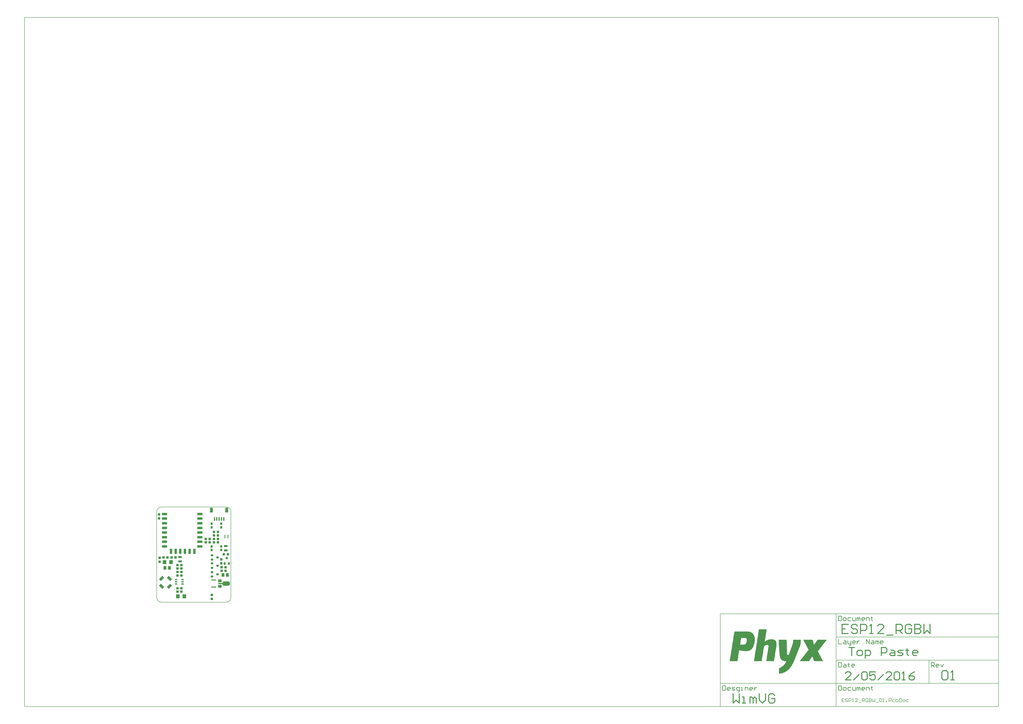
<source format=gtp>
G04 Layer_Color=8421504*
%FSLAX25Y25*%
%MOIN*%
G70*
G01*
G75*
%ADD11C,0.00787*%
%ADD12C,0.00984*%
%ADD16R,0.04331X0.03937*%
%ADD17R,0.03937X0.04331*%
G04:AMPARAMS|DCode=18|XSize=78.74mil|YSize=43.31mil|CornerRadius=0mil|HoleSize=0mil|Usage=FLASHONLY|Rotation=135.000|XOffset=0mil|YOffset=0mil|HoleType=Round|Shape=Rectangle|*
%AMROTATEDRECTD18*
4,1,4,0.04315,-0.01253,0.01253,-0.04315,-0.04315,0.01253,-0.01253,0.04315,0.04315,-0.01253,0.0*
%
%ADD18ROTATEDRECTD18*%

G04:AMPARAMS|DCode=19|XSize=43.31mil|YSize=78.74mil|CornerRadius=0mil|HoleSize=0mil|Usage=FLASHONLY|Rotation=135.000|XOffset=0mil|YOffset=0mil|HoleType=Round|Shape=Rectangle|*
%AMROTATEDRECTD19*
4,1,4,0.04315,0.01253,-0.01253,-0.04315,-0.04315,-0.01253,0.01253,0.04315,0.04315,0.01253,0.0*
%
%ADD19ROTATEDRECTD19*%

%ADD20R,0.03937X0.03347*%
%ADD21R,0.03937X0.03347*%
%ADD22R,0.03347X0.03937*%
%ADD23R,0.03347X0.03937*%
%ADD24R,0.03937X0.02362*%
%ADD25R,0.06299X0.07087*%
%ADD26R,0.02362X0.06102*%
%ADD27R,0.04724X0.07874*%
%ADD28R,0.02362X0.01181*%
%ADD30R,0.05906X0.03543*%
%ADD31R,0.03937X0.08858*%
%ADD32R,0.08858X0.03937*%
G04:AMPARAMS|DCode=33|XSize=74.8mil|YSize=125.98mil|CornerRadius=0mil|HoleSize=0mil|Usage=FLASHONLY|Rotation=90.000|XOffset=0mil|YOffset=0mil|HoleType=Round|Shape=Octagon|*
%AMOCTAGOND33*
4,1,8,-0.06299,-0.01870,-0.06299,0.01870,-0.04429,0.03740,0.04429,0.03740,0.06299,0.01870,0.06299,-0.01870,0.04429,-0.03740,-0.04429,-0.03740,-0.06299,-0.01870,0.0*
%
%ADD33OCTAGOND33*%

%ADD34R,0.05512X0.02362*%
%ADD35R,0.07087X0.02362*%
%ADD36R,0.01181X0.03150*%
%ADD37R,0.05906X0.02756*%
%ADD38R,0.03543X0.03937*%
%ADD39R,0.05118X0.05906*%
%ADD40C,0.01575*%
G36*
X1093521Y-64032D02*
Y-64318D01*
Y-64605D01*
Y-64891D01*
Y-65177D01*
Y-65464D01*
Y-65750D01*
Y-66036D01*
Y-66322D01*
Y-66609D01*
Y-66895D01*
Y-67181D01*
Y-67468D01*
Y-67754D01*
Y-68040D01*
Y-68327D01*
Y-68613D01*
Y-68899D01*
Y-69186D01*
Y-69472D01*
Y-69758D01*
X1093234D01*
Y-70044D01*
Y-70331D01*
Y-70617D01*
Y-70903D01*
Y-71190D01*
X1092948D01*
Y-71476D01*
Y-71762D01*
Y-72049D01*
Y-72335D01*
X1092662D01*
Y-72621D01*
Y-72908D01*
Y-73194D01*
Y-73480D01*
X1092375D01*
Y-73767D01*
Y-74053D01*
Y-74339D01*
X1092089D01*
Y-74625D01*
Y-74912D01*
Y-75198D01*
X1091803D01*
Y-75485D01*
Y-75771D01*
Y-76057D01*
X1091516D01*
Y-76343D01*
Y-76630D01*
Y-76916D01*
X1091230D01*
Y-77202D01*
Y-77489D01*
X1090944D01*
Y-77775D01*
Y-78061D01*
X1090657D01*
Y-78348D01*
Y-78634D01*
Y-78920D01*
X1090371D01*
Y-79207D01*
Y-79493D01*
X1090085D01*
Y-79779D01*
Y-80066D01*
Y-80352D01*
X1089799D01*
Y-80638D01*
Y-80924D01*
X1089512D01*
Y-81211D01*
Y-81497D01*
Y-81783D01*
X1089226D01*
Y-82070D01*
Y-82356D01*
X1088939D01*
Y-82642D01*
Y-82929D01*
Y-83215D01*
X1088653D01*
Y-83501D01*
Y-83788D01*
X1088367D01*
Y-84074D01*
Y-84360D01*
Y-84646D01*
X1088081D01*
Y-84933D01*
Y-85219D01*
X1087794D01*
Y-85505D01*
Y-85792D01*
Y-86078D01*
X1087508D01*
Y-86364D01*
Y-86651D01*
X1087222D01*
Y-86937D01*
Y-87223D01*
Y-87510D01*
X1086935D01*
Y-87796D01*
Y-88082D01*
X1086649D01*
Y-88369D01*
Y-88655D01*
Y-88941D01*
X1086363D01*
Y-89227D01*
Y-89514D01*
X1086076D01*
Y-89800D01*
Y-90086D01*
Y-90373D01*
X1085790D01*
Y-90659D01*
Y-90945D01*
X1085504D01*
Y-91232D01*
Y-91518D01*
Y-91804D01*
X1085217D01*
Y-92091D01*
Y-92377D01*
X1084931D01*
Y-92663D01*
Y-92950D01*
Y-93236D01*
X1084645D01*
Y-93522D01*
Y-93809D01*
X1084359D01*
Y-94095D01*
Y-94381D01*
Y-94667D01*
X1084072D01*
Y-94954D01*
Y-95240D01*
X1083786D01*
Y-95526D01*
Y-95813D01*
Y-96099D01*
X1083500D01*
Y-96385D01*
Y-96672D01*
X1083213D01*
Y-96958D01*
Y-97244D01*
Y-97531D01*
X1082927D01*
Y-97817D01*
Y-98103D01*
X1082641D01*
Y-98390D01*
Y-98676D01*
Y-98962D01*
X1082354D01*
Y-99248D01*
Y-99535D01*
X1082068D01*
Y-99821D01*
Y-100107D01*
Y-100394D01*
X1081782D01*
Y-100680D01*
Y-100966D01*
X1081495D01*
Y-101253D01*
Y-101539D01*
X1081209D01*
Y-101825D01*
Y-102112D01*
X1080923D01*
Y-102398D01*
Y-102684D01*
Y-102971D01*
X1080637D01*
Y-103257D01*
X1080350D01*
Y-103543D01*
Y-103829D01*
Y-104116D01*
X1080064D01*
Y-104402D01*
X1079778D01*
Y-104688D01*
Y-104975D01*
X1079491D01*
Y-105261D01*
Y-105547D01*
X1079205D01*
Y-105834D01*
Y-106120D01*
X1078919D01*
Y-106406D01*
Y-106693D01*
X1078632D01*
Y-106979D01*
X1078346D01*
Y-107265D01*
Y-107552D01*
X1078060D01*
Y-107838D01*
Y-108124D01*
X1077773D01*
Y-108410D01*
X1077487D01*
Y-108697D01*
X1077201D01*
Y-108983D01*
Y-109269D01*
X1076914D01*
Y-109556D01*
X1076628D01*
Y-109842D01*
Y-110128D01*
X1076342D01*
Y-110415D01*
X1076056D01*
Y-110701D01*
X1075769D01*
Y-110987D01*
Y-111274D01*
X1075483D01*
Y-111560D01*
X1075196D01*
Y-111846D01*
X1074910D01*
Y-112133D01*
X1074624D01*
Y-112419D01*
X1074338D01*
Y-112705D01*
Y-112991D01*
X1074051D01*
Y-113278D01*
X1073765D01*
Y-113564D01*
X1073479D01*
Y-113850D01*
X1073192D01*
Y-114137D01*
X1072906D01*
Y-114423D01*
X1072620D01*
Y-114709D01*
X1072333D01*
Y-114996D01*
X1071761D01*
Y-115282D01*
X1071474D01*
Y-115568D01*
X1071188D01*
Y-115855D01*
X1070902D01*
Y-116141D01*
X1070615D01*
Y-116427D01*
X1070043D01*
Y-116714D01*
X1069757D01*
Y-117000D01*
X1069184D01*
Y-117286D01*
X1068898D01*
Y-117572D01*
X1068325D01*
Y-117859D01*
X1068039D01*
Y-118145D01*
X1067466D01*
Y-118431D01*
X1066893D01*
Y-118718D01*
X1066321D01*
Y-119004D01*
X1065748D01*
Y-119290D01*
X1065176D01*
Y-119577D01*
X1064317D01*
Y-119863D01*
X1063744D01*
Y-120149D01*
X1062885D01*
Y-120436D01*
X1061740D01*
Y-120722D01*
X1060595D01*
Y-121008D01*
X1058877D01*
Y-121294D01*
X1056872D01*
Y-121581D01*
X1056586D01*
Y-121294D01*
Y-121008D01*
Y-120722D01*
Y-120436D01*
Y-120149D01*
Y-119863D01*
Y-119577D01*
Y-119290D01*
Y-119004D01*
Y-118718D01*
Y-118431D01*
Y-118145D01*
Y-117859D01*
Y-117572D01*
Y-117286D01*
Y-117000D01*
Y-116714D01*
Y-116427D01*
Y-116141D01*
Y-115855D01*
Y-115568D01*
Y-115282D01*
Y-114996D01*
Y-114709D01*
Y-114423D01*
Y-114137D01*
Y-113850D01*
Y-113564D01*
Y-113278D01*
Y-112991D01*
Y-112705D01*
Y-112419D01*
Y-112133D01*
X1057159D01*
Y-111846D01*
X1057731D01*
Y-111560D01*
X1058304D01*
Y-111274D01*
X1058877D01*
Y-110987D01*
X1059449D01*
Y-110701D01*
X1060022D01*
Y-110415D01*
X1060308D01*
Y-110128D01*
X1060881D01*
Y-109842D01*
X1061167D01*
Y-109556D01*
X1061740D01*
Y-109269D01*
X1062026D01*
Y-108983D01*
X1062312D01*
Y-108697D01*
X1062885D01*
Y-108410D01*
X1063171D01*
Y-108124D01*
X1063458D01*
Y-107838D01*
X1063744D01*
Y-107552D01*
X1064030D01*
Y-107265D01*
X1064317D01*
Y-106979D01*
X1064603D01*
Y-106693D01*
X1064889D01*
Y-106406D01*
X1065176D01*
Y-106120D01*
X1065462D01*
Y-105834D01*
X1065748D01*
Y-105547D01*
X1066035D01*
Y-105261D01*
Y-104975D01*
X1066321D01*
Y-104688D01*
X1066607D01*
Y-104402D01*
X1066893D01*
Y-104116D01*
Y-103829D01*
X1067180D01*
Y-103543D01*
X1067466D01*
Y-103257D01*
Y-102971D01*
X1067752D01*
Y-102684D01*
Y-102398D01*
X1068039D01*
Y-102112D01*
X1068325D01*
Y-101825D01*
Y-101539D01*
X1068611D01*
Y-101253D01*
Y-100966D01*
X1068898D01*
Y-100680D01*
Y-100394D01*
X1067180D01*
Y-100107D01*
X1065176D01*
Y-99821D01*
X1064030D01*
Y-99535D01*
X1063458D01*
Y-99248D01*
X1062599D01*
Y-98962D01*
X1062026D01*
Y-98676D01*
X1061740D01*
Y-98390D01*
X1061167D01*
Y-98103D01*
X1060881D01*
Y-97817D01*
X1060595D01*
Y-97531D01*
X1060308D01*
Y-97244D01*
X1060022D01*
Y-96958D01*
X1059736D01*
Y-96672D01*
Y-96385D01*
X1059449D01*
Y-96099D01*
X1059163D01*
Y-95813D01*
Y-95526D01*
X1058877D01*
Y-95240D01*
Y-94954D01*
X1058590D01*
Y-94667D01*
Y-94381D01*
X1058304D01*
Y-94095D01*
Y-93809D01*
Y-93522D01*
X1058018D01*
Y-93236D01*
Y-92950D01*
Y-92663D01*
Y-92377D01*
X1057731D01*
Y-92091D01*
Y-91804D01*
Y-91518D01*
Y-91232D01*
Y-90945D01*
Y-90659D01*
Y-90373D01*
X1057445D01*
Y-90086D01*
Y-89800D01*
Y-89514D01*
Y-89227D01*
Y-88941D01*
Y-88655D01*
Y-88369D01*
Y-88082D01*
Y-87796D01*
Y-87510D01*
Y-87223D01*
Y-86937D01*
Y-86651D01*
Y-86364D01*
Y-86078D01*
X1057159D01*
Y-85792D01*
Y-85505D01*
Y-85219D01*
Y-84933D01*
Y-84646D01*
Y-84360D01*
Y-84074D01*
Y-83788D01*
Y-83501D01*
Y-83215D01*
Y-82929D01*
Y-82642D01*
Y-82356D01*
Y-82070D01*
Y-81783D01*
X1056872D01*
Y-81497D01*
Y-81211D01*
Y-80924D01*
Y-80638D01*
Y-80352D01*
Y-80066D01*
Y-79779D01*
Y-79493D01*
Y-79207D01*
Y-78920D01*
Y-78634D01*
Y-78348D01*
Y-78061D01*
Y-77775D01*
Y-77489D01*
Y-77202D01*
X1056586D01*
Y-76916D01*
Y-76630D01*
Y-76343D01*
Y-76057D01*
Y-75771D01*
Y-75485D01*
Y-75198D01*
Y-74912D01*
Y-74625D01*
Y-74339D01*
Y-74053D01*
Y-73767D01*
Y-73480D01*
Y-73194D01*
Y-72908D01*
Y-72621D01*
X1056300D01*
Y-72335D01*
Y-72049D01*
Y-71762D01*
Y-71476D01*
Y-71190D01*
Y-70903D01*
Y-70617D01*
Y-70331D01*
Y-70044D01*
Y-69758D01*
Y-69472D01*
Y-69186D01*
Y-68899D01*
Y-68613D01*
X1056014D01*
Y-68327D01*
Y-68040D01*
Y-67754D01*
Y-67468D01*
Y-67181D01*
Y-66895D01*
Y-66609D01*
Y-66322D01*
Y-66036D01*
Y-65750D01*
Y-65464D01*
Y-65177D01*
Y-64891D01*
Y-64605D01*
Y-64318D01*
Y-64032D01*
X1055727D01*
Y-63746D01*
X1069470D01*
Y-64032D01*
Y-64318D01*
Y-64605D01*
Y-64891D01*
Y-65177D01*
Y-65464D01*
Y-65750D01*
Y-66036D01*
Y-66322D01*
Y-66609D01*
Y-66895D01*
Y-67181D01*
Y-67468D01*
Y-67754D01*
X1069757D01*
Y-68040D01*
Y-68327D01*
Y-68613D01*
Y-68899D01*
Y-69186D01*
Y-69472D01*
Y-69758D01*
Y-70044D01*
Y-70331D01*
Y-70617D01*
Y-70903D01*
Y-71190D01*
Y-71476D01*
Y-71762D01*
Y-72049D01*
Y-72335D01*
Y-72621D01*
Y-72908D01*
Y-73194D01*
Y-73480D01*
Y-73767D01*
Y-74053D01*
Y-74339D01*
Y-74625D01*
Y-74912D01*
Y-75198D01*
Y-75485D01*
Y-75771D01*
Y-76057D01*
Y-76343D01*
Y-76630D01*
Y-76916D01*
Y-77202D01*
Y-77489D01*
Y-77775D01*
Y-78061D01*
Y-78348D01*
Y-78634D01*
Y-78920D01*
Y-79207D01*
Y-79493D01*
X1070043D01*
Y-79779D01*
X1069757D01*
Y-80066D01*
Y-80352D01*
X1070043D01*
Y-80638D01*
Y-80924D01*
Y-81211D01*
Y-81497D01*
Y-81783D01*
Y-82070D01*
Y-82356D01*
Y-82642D01*
Y-82929D01*
Y-83215D01*
Y-83501D01*
Y-83788D01*
Y-84074D01*
Y-84360D01*
Y-84646D01*
Y-84933D01*
Y-85219D01*
Y-85505D01*
Y-85792D01*
Y-86078D01*
Y-86364D01*
Y-86651D01*
Y-86937D01*
Y-87223D01*
Y-87510D01*
Y-87796D01*
X1070329D01*
Y-88082D01*
Y-88369D01*
Y-88655D01*
X1070615D01*
Y-88941D01*
X1070902D01*
Y-89227D01*
X1071188D01*
Y-89514D01*
X1072047D01*
Y-89800D01*
X1072906D01*
Y-89514D01*
X1073192D01*
Y-89227D01*
Y-88941D01*
Y-88655D01*
X1073479D01*
Y-88369D01*
Y-88082D01*
X1073765D01*
Y-87796D01*
Y-87510D01*
Y-87223D01*
X1074051D01*
Y-86937D01*
Y-86651D01*
Y-86364D01*
X1074338D01*
Y-86078D01*
Y-85792D01*
Y-85505D01*
X1074624D01*
Y-85219D01*
Y-84933D01*
Y-84646D01*
X1074910D01*
Y-84360D01*
Y-84074D01*
X1075196D01*
Y-83788D01*
Y-83501D01*
Y-83215D01*
X1075483D01*
Y-82929D01*
Y-82642D01*
Y-82356D01*
X1075769D01*
Y-82070D01*
Y-81783D01*
Y-81497D01*
X1076056D01*
Y-81211D01*
Y-80924D01*
X1076342D01*
Y-80638D01*
Y-80352D01*
Y-80066D01*
X1076628D01*
Y-79779D01*
Y-79493D01*
Y-79207D01*
X1076914D01*
Y-78920D01*
Y-78634D01*
Y-78348D01*
X1077201D01*
Y-78061D01*
Y-77775D01*
X1077487D01*
Y-77489D01*
Y-77202D01*
Y-76916D01*
X1077773D01*
Y-76630D01*
Y-76343D01*
Y-76057D01*
X1078060D01*
Y-75771D01*
Y-75485D01*
Y-75198D01*
X1078346D01*
Y-74912D01*
Y-74625D01*
X1078632D01*
Y-74339D01*
Y-74053D01*
Y-73767D01*
X1078919D01*
Y-73480D01*
Y-73194D01*
Y-72908D01*
X1079205D01*
Y-72621D01*
Y-72335D01*
Y-72049D01*
X1079491D01*
Y-71762D01*
Y-71476D01*
Y-71190D01*
Y-70903D01*
X1079778D01*
Y-70617D01*
Y-70331D01*
Y-70044D01*
Y-69758D01*
X1080064D01*
Y-69472D01*
Y-69186D01*
Y-68899D01*
Y-68613D01*
Y-68327D01*
X1080350D01*
Y-68040D01*
Y-67754D01*
Y-67468D01*
Y-67181D01*
Y-66895D01*
Y-66609D01*
X1080637D01*
Y-66322D01*
Y-66036D01*
Y-65750D01*
Y-65464D01*
Y-65177D01*
Y-64891D01*
Y-64605D01*
Y-64318D01*
Y-64032D01*
Y-63746D01*
X1093521D01*
Y-64032D01*
D02*
G37*
G36*
X1035685Y-46567D02*
Y-46853D01*
X1035399D01*
Y-47139D01*
Y-47426D01*
Y-47712D01*
Y-47998D01*
Y-48285D01*
Y-48571D01*
X1035113D01*
Y-48857D01*
Y-49144D01*
Y-49430D01*
Y-49716D01*
Y-50003D01*
Y-50289D01*
X1034826D01*
Y-50575D01*
Y-50862D01*
Y-51148D01*
Y-51434D01*
Y-51720D01*
Y-52007D01*
Y-52293D01*
X1034540D01*
Y-52579D01*
Y-52866D01*
Y-53152D01*
Y-53438D01*
Y-53725D01*
Y-54011D01*
X1034254D01*
Y-54297D01*
Y-54584D01*
Y-54870D01*
Y-55156D01*
Y-55443D01*
Y-55729D01*
X1033967D01*
Y-56015D01*
Y-56301D01*
Y-56588D01*
Y-56874D01*
Y-57161D01*
Y-57447D01*
Y-57733D01*
X1033681D01*
Y-58019D01*
Y-58306D01*
Y-58592D01*
Y-58878D01*
Y-59165D01*
Y-59451D01*
X1033395D01*
Y-59737D01*
Y-60024D01*
Y-60310D01*
Y-60596D01*
Y-60883D01*
Y-61169D01*
X1033109D01*
Y-61455D01*
Y-61742D01*
Y-62028D01*
Y-62314D01*
Y-62600D01*
Y-62887D01*
X1032822D01*
Y-63173D01*
Y-63459D01*
Y-63746D01*
Y-64032D01*
Y-64318D01*
Y-64605D01*
Y-64891D01*
X1032536D01*
Y-65177D01*
Y-65464D01*
Y-65750D01*
Y-66036D01*
Y-66322D01*
Y-66609D01*
X1032250D01*
Y-66895D01*
Y-67181D01*
X1032822D01*
Y-66895D01*
X1033109D01*
Y-66609D01*
X1033395D01*
Y-66322D01*
X1033967D01*
Y-66036D01*
X1034254D01*
Y-65750D01*
X1034540D01*
Y-65464D01*
X1035113D01*
Y-65177D01*
X1035685D01*
Y-64891D01*
X1035972D01*
Y-64605D01*
X1036544D01*
Y-64318D01*
X1037403D01*
Y-64032D01*
X1037976D01*
Y-63746D01*
X1038835D01*
Y-63459D01*
X1040266D01*
Y-63173D01*
X1046565D01*
Y-63459D01*
X1047711D01*
Y-63746D01*
X1048569D01*
Y-64032D01*
X1049142D01*
Y-64318D01*
X1049428D01*
Y-64605D01*
X1050001D01*
Y-64891D01*
X1050287D01*
Y-65177D01*
X1050574D01*
Y-65464D01*
X1050860D01*
Y-65750D01*
X1051146D01*
Y-66036D01*
Y-66322D01*
X1051433D01*
Y-66609D01*
Y-66895D01*
X1051719D01*
Y-67181D01*
Y-67468D01*
Y-67754D01*
X1052005D01*
Y-68040D01*
Y-68327D01*
Y-68613D01*
Y-68899D01*
X1052291D01*
Y-69186D01*
Y-69472D01*
Y-69758D01*
Y-70044D01*
Y-70331D01*
Y-70617D01*
Y-70903D01*
Y-71190D01*
Y-71476D01*
Y-71762D01*
Y-72049D01*
Y-72335D01*
Y-72621D01*
Y-72908D01*
Y-73194D01*
Y-73480D01*
Y-73767D01*
Y-74053D01*
X1052005D01*
Y-74339D01*
Y-74625D01*
Y-74912D01*
Y-75198D01*
Y-75485D01*
Y-75771D01*
Y-76057D01*
X1051719D01*
Y-76343D01*
Y-76630D01*
Y-76916D01*
Y-77202D01*
Y-77489D01*
Y-77775D01*
Y-78061D01*
X1051433D01*
Y-78348D01*
Y-78634D01*
Y-78920D01*
Y-79207D01*
Y-79493D01*
Y-79779D01*
X1051146D01*
Y-80066D01*
Y-80352D01*
Y-80638D01*
Y-80924D01*
Y-81211D01*
Y-81497D01*
X1050860D01*
Y-81783D01*
Y-82070D01*
Y-82356D01*
Y-82642D01*
Y-82929D01*
Y-83215D01*
X1050574D01*
Y-83501D01*
Y-83788D01*
Y-84074D01*
Y-84360D01*
Y-84646D01*
Y-84933D01*
Y-85219D01*
X1050287D01*
Y-85505D01*
Y-85792D01*
Y-86078D01*
Y-86364D01*
Y-86651D01*
Y-86937D01*
X1050001D01*
Y-87223D01*
Y-87510D01*
Y-87796D01*
Y-88082D01*
Y-88369D01*
Y-88655D01*
X1049715D01*
Y-88941D01*
Y-89227D01*
Y-89514D01*
Y-89800D01*
Y-90086D01*
Y-90373D01*
Y-90659D01*
X1049428D01*
Y-90945D01*
Y-91232D01*
Y-91518D01*
Y-91804D01*
Y-92091D01*
Y-92377D01*
X1049142D01*
Y-92663D01*
Y-92950D01*
Y-93236D01*
Y-93522D01*
Y-93809D01*
Y-94095D01*
X1048856D01*
Y-94381D01*
Y-94667D01*
Y-94954D01*
Y-95240D01*
Y-95526D01*
Y-95813D01*
X1048569D01*
Y-96099D01*
Y-96385D01*
Y-96672D01*
Y-96958D01*
Y-97244D01*
Y-97531D01*
Y-97817D01*
X1048283D01*
Y-98103D01*
Y-98390D01*
Y-98676D01*
Y-98962D01*
Y-99248D01*
Y-99535D01*
X1047997D01*
Y-99821D01*
Y-100107D01*
X1034826D01*
Y-99821D01*
Y-99535D01*
X1035113D01*
Y-99248D01*
Y-98962D01*
Y-98676D01*
Y-98390D01*
Y-98103D01*
Y-97817D01*
X1035399D01*
Y-97531D01*
Y-97244D01*
Y-96958D01*
Y-96672D01*
Y-96385D01*
Y-96099D01*
Y-95813D01*
X1035685D01*
Y-95526D01*
Y-95240D01*
Y-94954D01*
Y-94667D01*
Y-94381D01*
Y-94095D01*
X1035972D01*
Y-93809D01*
Y-93522D01*
Y-93236D01*
Y-92950D01*
Y-92663D01*
Y-92377D01*
X1036258D01*
Y-92091D01*
Y-91804D01*
Y-91518D01*
Y-91232D01*
Y-90945D01*
Y-90659D01*
Y-90373D01*
X1036544D01*
Y-90086D01*
Y-89800D01*
Y-89514D01*
Y-89227D01*
Y-88941D01*
Y-88655D01*
X1036831D01*
Y-88369D01*
Y-88082D01*
Y-87796D01*
Y-87510D01*
Y-87223D01*
Y-86937D01*
Y-86651D01*
X1037117D01*
Y-86364D01*
Y-86078D01*
Y-85792D01*
Y-85505D01*
Y-85219D01*
Y-84933D01*
X1037403D01*
Y-84646D01*
Y-84360D01*
Y-84074D01*
Y-83788D01*
Y-83501D01*
Y-83215D01*
X1037689D01*
Y-82929D01*
Y-82642D01*
Y-82356D01*
Y-82070D01*
Y-81783D01*
Y-81497D01*
X1037976D01*
Y-81211D01*
Y-80924D01*
Y-80638D01*
Y-80352D01*
Y-80066D01*
Y-79779D01*
Y-79493D01*
X1038262D01*
Y-79207D01*
Y-78920D01*
Y-78634D01*
Y-78348D01*
Y-78061D01*
Y-77775D01*
X1038548D01*
Y-77489D01*
Y-77202D01*
Y-76916D01*
Y-76630D01*
Y-76343D01*
Y-76057D01*
Y-75771D01*
X1038835D01*
Y-75485D01*
Y-75198D01*
Y-74912D01*
Y-74625D01*
Y-74339D01*
Y-74053D01*
X1038548D01*
Y-73767D01*
Y-73480D01*
X1038262D01*
Y-73194D01*
X1037976D01*
Y-72908D01*
X1037403D01*
Y-72621D01*
X1035685D01*
Y-72908D01*
X1034254D01*
Y-73194D01*
X1033395D01*
Y-73480D01*
X1032822D01*
Y-73767D01*
X1032536D01*
Y-74053D01*
X1031963D01*
Y-74339D01*
X1031677D01*
Y-74625D01*
X1031391D01*
Y-74912D01*
Y-75198D01*
X1031104D01*
Y-75485D01*
Y-75771D01*
Y-76057D01*
X1030818D01*
Y-76343D01*
Y-76630D01*
Y-76916D01*
Y-77202D01*
Y-77489D01*
Y-77775D01*
X1030532D01*
Y-78061D01*
Y-78348D01*
Y-78634D01*
Y-78920D01*
Y-79207D01*
Y-79493D01*
Y-79779D01*
X1030245D01*
Y-80066D01*
Y-80352D01*
Y-80638D01*
Y-80924D01*
Y-81211D01*
Y-81497D01*
X1029959D01*
Y-81783D01*
Y-82070D01*
Y-82356D01*
Y-82642D01*
Y-82929D01*
Y-83215D01*
X1029673D01*
Y-83501D01*
Y-83788D01*
Y-84074D01*
Y-84360D01*
Y-84646D01*
Y-84933D01*
X1029387D01*
Y-85219D01*
Y-85505D01*
Y-85792D01*
Y-86078D01*
Y-86364D01*
Y-86651D01*
Y-86937D01*
X1029100D01*
Y-87223D01*
Y-87510D01*
Y-87796D01*
Y-88082D01*
Y-88369D01*
Y-88655D01*
X1028814D01*
Y-88941D01*
Y-89227D01*
Y-89514D01*
Y-89800D01*
Y-90086D01*
Y-90373D01*
X1028528D01*
Y-90659D01*
Y-90945D01*
Y-91232D01*
Y-91518D01*
Y-91804D01*
Y-92091D01*
Y-92377D01*
X1028241D01*
Y-92663D01*
Y-92950D01*
Y-93236D01*
Y-93522D01*
Y-93809D01*
Y-94095D01*
X1027955D01*
Y-94381D01*
Y-94667D01*
Y-94954D01*
Y-95240D01*
Y-95526D01*
Y-95813D01*
X1027669D01*
Y-96099D01*
Y-96385D01*
Y-96672D01*
Y-96958D01*
Y-97244D01*
Y-97531D01*
X1027382D01*
Y-97817D01*
Y-98103D01*
Y-98390D01*
Y-98676D01*
Y-98962D01*
Y-99248D01*
Y-99535D01*
X1027096D01*
Y-99821D01*
Y-100107D01*
X1013926D01*
Y-99821D01*
Y-99535D01*
X1014212D01*
Y-99248D01*
Y-98962D01*
Y-98676D01*
Y-98390D01*
Y-98103D01*
Y-97817D01*
Y-97531D01*
X1014498D01*
Y-97244D01*
Y-96958D01*
Y-96672D01*
Y-96385D01*
Y-96099D01*
Y-95813D01*
X1014785D01*
Y-95526D01*
Y-95240D01*
Y-94954D01*
Y-94667D01*
Y-94381D01*
Y-94095D01*
X1015071D01*
Y-93809D01*
Y-93522D01*
Y-93236D01*
Y-92950D01*
Y-92663D01*
Y-92377D01*
Y-92091D01*
X1015357D01*
Y-91804D01*
Y-91518D01*
Y-91232D01*
Y-90945D01*
Y-90659D01*
Y-90373D01*
X1015643D01*
Y-90086D01*
Y-89800D01*
Y-89514D01*
Y-89227D01*
Y-88941D01*
Y-88655D01*
X1015930D01*
Y-88369D01*
Y-88082D01*
Y-87796D01*
Y-87510D01*
Y-87223D01*
Y-86937D01*
X1016216D01*
Y-86651D01*
Y-86364D01*
Y-86078D01*
Y-85792D01*
Y-85505D01*
Y-85219D01*
Y-84933D01*
X1016502D01*
Y-84646D01*
Y-84360D01*
Y-84074D01*
Y-83788D01*
Y-83501D01*
Y-83215D01*
X1016789D01*
Y-82929D01*
Y-82642D01*
Y-82356D01*
Y-82070D01*
Y-81783D01*
Y-81497D01*
X1017075D01*
Y-81211D01*
Y-80924D01*
Y-80638D01*
Y-80352D01*
Y-80066D01*
Y-79779D01*
Y-79493D01*
X1017361D01*
Y-79207D01*
Y-78920D01*
Y-78634D01*
Y-78348D01*
Y-78061D01*
Y-77775D01*
X1017648D01*
Y-77489D01*
Y-77202D01*
Y-76916D01*
Y-76630D01*
Y-76343D01*
Y-76057D01*
X1017934D01*
Y-75771D01*
Y-75485D01*
Y-75198D01*
Y-74912D01*
Y-74625D01*
Y-74339D01*
X1018220D01*
Y-74053D01*
Y-73767D01*
Y-73480D01*
Y-73194D01*
Y-72908D01*
Y-72621D01*
Y-72335D01*
X1018507D01*
Y-72049D01*
Y-71762D01*
Y-71476D01*
Y-71190D01*
Y-70903D01*
Y-70617D01*
X1018793D01*
Y-70331D01*
Y-70044D01*
Y-69758D01*
Y-69472D01*
Y-69186D01*
Y-68899D01*
X1019079D01*
Y-68613D01*
Y-68327D01*
Y-68040D01*
Y-67754D01*
Y-67468D01*
Y-67181D01*
X1019366D01*
Y-66895D01*
Y-66609D01*
Y-66322D01*
Y-66036D01*
Y-65750D01*
Y-65464D01*
Y-65177D01*
X1019652D01*
Y-64891D01*
Y-64605D01*
Y-64318D01*
Y-64032D01*
Y-63746D01*
Y-63459D01*
X1019938D01*
Y-63173D01*
Y-62887D01*
Y-62600D01*
Y-62314D01*
Y-62028D01*
Y-61742D01*
X1020224D01*
Y-61455D01*
Y-61169D01*
Y-60883D01*
Y-60596D01*
Y-60310D01*
Y-60024D01*
Y-59737D01*
X1020511D01*
Y-59451D01*
Y-59165D01*
Y-58878D01*
Y-58592D01*
Y-58306D01*
Y-58019D01*
X1020797D01*
Y-57733D01*
Y-57447D01*
Y-57161D01*
Y-56874D01*
Y-56588D01*
Y-56301D01*
X1021083D01*
Y-56015D01*
Y-55729D01*
Y-55443D01*
Y-55156D01*
Y-54870D01*
Y-54584D01*
X1021370D01*
Y-54297D01*
Y-54011D01*
Y-53725D01*
Y-53438D01*
Y-53152D01*
Y-52866D01*
Y-52579D01*
X1021656D01*
Y-52293D01*
Y-52007D01*
Y-51720D01*
Y-51434D01*
Y-51148D01*
Y-50862D01*
X1021942D01*
Y-50575D01*
Y-50289D01*
Y-50003D01*
Y-49716D01*
Y-49430D01*
Y-49144D01*
X1022229D01*
Y-48857D01*
Y-48571D01*
Y-48285D01*
Y-47998D01*
Y-47712D01*
Y-47426D01*
Y-47139D01*
X1022515D01*
Y-46853D01*
Y-46567D01*
Y-46281D01*
X1035685D01*
Y-46567D01*
D02*
G37*
G36*
X1004477Y-50003D02*
X1006195D01*
Y-50289D01*
X1007054D01*
Y-50575D01*
X1007913D01*
Y-50862D01*
X1008772D01*
Y-51148D01*
X1009345D01*
Y-51434D01*
X1009631D01*
Y-51720D01*
X1010203D01*
Y-52007D01*
X1010490D01*
Y-52293D01*
X1011062D01*
Y-52579D01*
X1011349D01*
Y-52866D01*
X1011635D01*
Y-53152D01*
X1011921D01*
Y-53438D01*
X1012208D01*
Y-53725D01*
X1012494D01*
Y-54011D01*
X1012780D01*
Y-54297D01*
Y-54584D01*
X1013067D01*
Y-54870D01*
X1013353D01*
Y-55156D01*
Y-55443D01*
X1013639D01*
Y-55729D01*
X1013926D01*
Y-56015D01*
Y-56301D01*
X1014212D01*
Y-56588D01*
Y-56874D01*
Y-57161D01*
X1014498D01*
Y-57447D01*
Y-57733D01*
Y-58019D01*
X1014785D01*
Y-58306D01*
Y-58592D01*
Y-58878D01*
Y-59165D01*
X1015071D01*
Y-59451D01*
Y-59737D01*
Y-60024D01*
Y-60310D01*
Y-60596D01*
X1015357D01*
Y-60883D01*
Y-61169D01*
Y-61455D01*
Y-61742D01*
Y-62028D01*
Y-62314D01*
Y-62600D01*
Y-62887D01*
Y-63173D01*
Y-63459D01*
Y-63746D01*
Y-64032D01*
Y-64318D01*
Y-64605D01*
Y-64891D01*
Y-65177D01*
Y-65464D01*
Y-65750D01*
Y-66036D01*
Y-66322D01*
X1015071D01*
Y-66609D01*
Y-66895D01*
Y-67181D01*
Y-67468D01*
Y-67754D01*
Y-68040D01*
Y-68327D01*
X1014785D01*
Y-68613D01*
Y-68899D01*
Y-69186D01*
Y-69472D01*
Y-69758D01*
X1014498D01*
Y-70044D01*
Y-70331D01*
Y-70617D01*
Y-70903D01*
Y-71190D01*
X1014212D01*
Y-71476D01*
Y-71762D01*
Y-72049D01*
X1013926D01*
Y-72335D01*
Y-72621D01*
Y-72908D01*
Y-73194D01*
X1013639D01*
Y-73480D01*
Y-73767D01*
Y-74053D01*
X1013353D01*
Y-74339D01*
Y-74625D01*
X1013067D01*
Y-74912D01*
Y-75198D01*
Y-75485D01*
X1012780D01*
Y-75771D01*
Y-76057D01*
X1012494D01*
Y-76343D01*
Y-76630D01*
X1012208D01*
Y-76916D01*
Y-77202D01*
X1011921D01*
Y-77489D01*
X1011635D01*
Y-77775D01*
Y-78061D01*
X1011349D01*
Y-78348D01*
X1011062D01*
Y-78634D01*
X1010776D01*
Y-78920D01*
Y-79207D01*
X1010490D01*
Y-79493D01*
X1010203D01*
Y-79779D01*
X1009917D01*
Y-80066D01*
X1009631D01*
Y-80352D01*
X1009345D01*
Y-80638D01*
X1008772D01*
Y-80924D01*
X1008486D01*
Y-81211D01*
X1007913D01*
Y-81497D01*
X1007627D01*
Y-81783D01*
X1007054D01*
Y-82070D01*
X1006195D01*
Y-82356D01*
X1005336D01*
Y-82642D01*
X1004477D01*
Y-82929D01*
X1002759D01*
Y-83215D01*
X997606D01*
Y-82929D01*
X995029D01*
Y-82642D01*
X993025D01*
Y-82356D01*
X991593D01*
Y-82070D01*
X990162D01*
Y-81783D01*
X988730D01*
Y-82070D01*
Y-82356D01*
Y-82642D01*
Y-82929D01*
Y-83215D01*
Y-83501D01*
Y-83788D01*
X988444D01*
Y-84074D01*
Y-84360D01*
Y-84646D01*
Y-84933D01*
Y-85219D01*
Y-85505D01*
X988157D01*
Y-85792D01*
Y-86078D01*
Y-86364D01*
Y-86651D01*
Y-86937D01*
Y-87223D01*
X987871D01*
Y-87510D01*
Y-87796D01*
Y-88082D01*
Y-88369D01*
Y-88655D01*
Y-88941D01*
Y-89227D01*
X987585D01*
Y-89514D01*
Y-89800D01*
Y-90086D01*
Y-90373D01*
Y-90659D01*
Y-90945D01*
X987298D01*
Y-91232D01*
Y-91518D01*
Y-91804D01*
Y-92091D01*
Y-92377D01*
Y-92663D01*
X987012D01*
Y-92950D01*
Y-93236D01*
Y-93522D01*
Y-93809D01*
Y-94095D01*
Y-94381D01*
Y-94667D01*
X986726D01*
Y-94954D01*
Y-95240D01*
Y-95526D01*
Y-95813D01*
Y-96099D01*
Y-96385D01*
X986440D01*
Y-96672D01*
Y-96958D01*
Y-97244D01*
Y-97531D01*
Y-97817D01*
Y-98103D01*
X986153D01*
Y-98390D01*
Y-98676D01*
Y-98962D01*
Y-99248D01*
Y-99535D01*
Y-99821D01*
Y-100107D01*
X972696D01*
Y-99821D01*
X972983D01*
Y-99535D01*
Y-99248D01*
Y-98962D01*
Y-98676D01*
Y-98390D01*
X973269D01*
Y-98103D01*
Y-97817D01*
Y-97531D01*
Y-97244D01*
Y-96958D01*
Y-96672D01*
Y-96385D01*
X973555D01*
Y-96099D01*
Y-95813D01*
Y-95526D01*
Y-95240D01*
Y-94954D01*
Y-94667D01*
X973842D01*
Y-94381D01*
Y-94095D01*
Y-93809D01*
Y-93522D01*
Y-93236D01*
Y-92950D01*
X974128D01*
Y-92663D01*
Y-92377D01*
Y-92091D01*
Y-91804D01*
Y-91518D01*
Y-91232D01*
Y-90945D01*
X974414D01*
Y-90659D01*
Y-90373D01*
Y-90086D01*
Y-89800D01*
Y-89514D01*
Y-89227D01*
X974701D01*
Y-88941D01*
Y-88655D01*
Y-88369D01*
Y-88082D01*
Y-87796D01*
Y-87510D01*
X974987D01*
Y-87223D01*
Y-86937D01*
Y-86651D01*
Y-86364D01*
Y-86078D01*
Y-85792D01*
X975273D01*
Y-85505D01*
Y-85219D01*
Y-84933D01*
Y-84646D01*
Y-84360D01*
Y-84074D01*
Y-83788D01*
X975560D01*
Y-83501D01*
Y-83215D01*
Y-82929D01*
Y-82642D01*
Y-82356D01*
Y-82070D01*
X975846D01*
Y-81783D01*
Y-81497D01*
Y-81211D01*
Y-80924D01*
Y-80638D01*
Y-80352D01*
X976132D01*
Y-80066D01*
Y-79779D01*
Y-79493D01*
Y-79207D01*
Y-78920D01*
Y-78634D01*
X976419D01*
Y-78348D01*
Y-78061D01*
Y-77775D01*
Y-77489D01*
Y-77202D01*
Y-76916D01*
Y-76630D01*
X976705D01*
Y-76343D01*
Y-76057D01*
Y-75771D01*
Y-75485D01*
Y-75198D01*
Y-74912D01*
X976991D01*
Y-74625D01*
Y-74339D01*
Y-74053D01*
Y-73767D01*
Y-73480D01*
Y-73194D01*
X977277D01*
Y-72908D01*
Y-72621D01*
Y-72335D01*
Y-72049D01*
Y-71762D01*
Y-71476D01*
Y-71190D01*
X977564D01*
Y-70903D01*
Y-70617D01*
Y-70331D01*
Y-70044D01*
Y-69758D01*
Y-69472D01*
X977850D01*
Y-69186D01*
Y-68899D01*
Y-68613D01*
Y-68327D01*
Y-68040D01*
Y-67754D01*
X978137D01*
Y-67468D01*
Y-67181D01*
Y-66895D01*
Y-66609D01*
Y-66322D01*
Y-66036D01*
X978423D01*
Y-65750D01*
Y-65464D01*
Y-65177D01*
Y-64891D01*
Y-64605D01*
Y-64318D01*
Y-64032D01*
X978709D01*
Y-63746D01*
Y-63459D01*
Y-63173D01*
Y-62887D01*
Y-62600D01*
Y-62314D01*
X978995D01*
Y-62028D01*
Y-61742D01*
Y-61455D01*
Y-61169D01*
Y-60883D01*
Y-60596D01*
X979282D01*
Y-60310D01*
Y-60024D01*
Y-59737D01*
Y-59451D01*
Y-59165D01*
Y-58878D01*
Y-58592D01*
X979568D01*
Y-58306D01*
Y-58019D01*
Y-57733D01*
Y-57447D01*
Y-57161D01*
Y-56874D01*
X979854D01*
Y-56588D01*
Y-56301D01*
Y-56015D01*
Y-55729D01*
Y-55443D01*
Y-55156D01*
X980141D01*
Y-54870D01*
Y-54584D01*
Y-54297D01*
Y-54011D01*
Y-53725D01*
Y-53438D01*
Y-53152D01*
X980427D01*
Y-52866D01*
Y-52579D01*
Y-52293D01*
Y-52007D01*
Y-51720D01*
Y-51434D01*
X980713D01*
Y-51148D01*
Y-50862D01*
Y-50575D01*
Y-50289D01*
Y-50003D01*
Y-49716D01*
X1004477D01*
Y-50003D01*
D02*
G37*
G36*
X1137613Y-64032D02*
X1137326D01*
Y-64318D01*
X1137040D01*
Y-64605D01*
Y-64891D01*
X1136754D01*
Y-65177D01*
X1136467D01*
Y-65464D01*
X1136181D01*
Y-65750D01*
Y-66036D01*
X1135895D01*
Y-66322D01*
X1135608D01*
Y-66609D01*
X1135322D01*
Y-66895D01*
X1135036D01*
Y-67181D01*
Y-67468D01*
X1134750D01*
Y-67754D01*
X1134463D01*
Y-68040D01*
X1134177D01*
Y-68327D01*
Y-68613D01*
X1133891D01*
Y-68899D01*
X1133604D01*
Y-69186D01*
X1133318D01*
Y-69472D01*
X1133032D01*
Y-69758D01*
Y-70044D01*
X1132745D01*
Y-70331D01*
X1132459D01*
Y-70617D01*
X1132173D01*
Y-70903D01*
Y-71190D01*
X1131886D01*
Y-71476D01*
X1131600D01*
Y-71762D01*
X1131314D01*
Y-72049D01*
Y-72335D01*
X1131028D01*
Y-72621D01*
X1130741D01*
Y-72908D01*
X1130455D01*
Y-73194D01*
X1130169D01*
Y-73480D01*
Y-73767D01*
X1129882D01*
Y-74053D01*
X1129596D01*
Y-74339D01*
X1129310D01*
Y-74625D01*
Y-74912D01*
X1129023D01*
Y-75198D01*
X1128737D01*
Y-75485D01*
X1128451D01*
Y-75771D01*
Y-76057D01*
X1128164D01*
Y-76343D01*
X1127878D01*
Y-76630D01*
X1127592D01*
Y-76916D01*
X1127306D01*
Y-77202D01*
Y-77489D01*
X1127019D01*
Y-77775D01*
X1126733D01*
Y-78061D01*
X1126447D01*
Y-78348D01*
Y-78634D01*
X1126160D01*
Y-78920D01*
X1125874D01*
Y-79207D01*
X1125588D01*
Y-79493D01*
Y-79779D01*
X1125301D01*
Y-80066D01*
X1125015D01*
Y-80352D01*
X1124729D01*
Y-80638D01*
X1124442D01*
Y-80924D01*
Y-81211D01*
X1124156D01*
Y-81497D01*
X1123870D01*
Y-81783D01*
X1123583D01*
Y-82070D01*
Y-82356D01*
X1123297D01*
Y-82642D01*
X1123011D01*
Y-82929D01*
X1122725D01*
Y-83215D01*
X1122438D01*
Y-83501D01*
Y-83788D01*
X1122725D01*
Y-84074D01*
Y-84360D01*
X1123011D01*
Y-84646D01*
Y-84933D01*
X1123297D01*
Y-85219D01*
X1123583D01*
Y-85505D01*
Y-85792D01*
X1123870D01*
Y-86078D01*
Y-86364D01*
X1124156D01*
Y-86651D01*
Y-86937D01*
X1124442D01*
Y-87223D01*
Y-87510D01*
X1124729D01*
Y-87796D01*
Y-88082D01*
X1125015D01*
Y-88369D01*
Y-88655D01*
X1125301D01*
Y-88941D01*
Y-89227D01*
X1125588D01*
Y-89514D01*
Y-89800D01*
X1125874D01*
Y-90086D01*
X1126160D01*
Y-90373D01*
Y-90659D01*
X1126447D01*
Y-90945D01*
Y-91232D01*
X1126733D01*
Y-91518D01*
Y-91804D01*
X1127019D01*
Y-92091D01*
Y-92377D01*
X1127306D01*
Y-92663D01*
Y-92950D01*
X1127592D01*
Y-93236D01*
Y-93522D01*
X1127878D01*
Y-93809D01*
Y-94095D01*
X1128164D01*
Y-94381D01*
X1128451D01*
Y-94667D01*
Y-94954D01*
X1128737D01*
Y-95240D01*
Y-95526D01*
X1129023D01*
Y-95813D01*
Y-96099D01*
X1129310D01*
Y-96385D01*
Y-96672D01*
X1129596D01*
Y-96958D01*
Y-97244D01*
X1129882D01*
Y-97531D01*
Y-97817D01*
X1130169D01*
Y-98103D01*
Y-98390D01*
X1130455D01*
Y-98676D01*
X1130741D01*
Y-98962D01*
Y-99248D01*
X1131028D01*
Y-99535D01*
Y-99821D01*
X1131314D01*
Y-100107D01*
X1116139D01*
Y-99821D01*
X1115853D01*
Y-99535D01*
Y-99248D01*
Y-98962D01*
X1115567D01*
Y-98676D01*
Y-98390D01*
Y-98103D01*
X1115280D01*
Y-97817D01*
Y-97531D01*
X1114994D01*
Y-97244D01*
Y-96958D01*
Y-96672D01*
X1114708D01*
Y-96385D01*
Y-96099D01*
Y-95813D01*
X1114421D01*
Y-95526D01*
Y-95240D01*
X1114135D01*
Y-94954D01*
Y-94667D01*
Y-94381D01*
X1113849D01*
Y-94095D01*
Y-93809D01*
Y-93522D01*
X1113562D01*
Y-93236D01*
Y-92950D01*
Y-92663D01*
X1113276D01*
Y-92377D01*
X1112704D01*
Y-92663D01*
Y-92950D01*
X1112417D01*
Y-93236D01*
X1112131D01*
Y-93522D01*
Y-93809D01*
X1111845D01*
Y-94095D01*
X1111558D01*
Y-94381D01*
Y-94667D01*
X1111272D01*
Y-94954D01*
X1110986D01*
Y-95240D01*
Y-95526D01*
X1110699D01*
Y-95813D01*
X1110413D01*
Y-96099D01*
X1110127D01*
Y-96385D01*
Y-96672D01*
X1109840D01*
Y-96958D01*
X1109554D01*
Y-97244D01*
Y-97531D01*
X1109268D01*
Y-97817D01*
X1108981D01*
Y-98103D01*
Y-98390D01*
X1108695D01*
Y-98676D01*
X1108409D01*
Y-98962D01*
Y-99248D01*
X1108123D01*
Y-99535D01*
X1107836D01*
Y-99821D01*
Y-100107D01*
X1091803D01*
Y-99821D01*
X1092089D01*
Y-99535D01*
X1092375D01*
Y-99248D01*
X1092662D01*
Y-98962D01*
X1092948D01*
Y-98676D01*
Y-98390D01*
X1093234D01*
Y-98103D01*
X1093521D01*
Y-97817D01*
X1093807D01*
Y-97531D01*
X1094093D01*
Y-97244D01*
Y-96958D01*
X1094380D01*
Y-96672D01*
X1094666D01*
Y-96385D01*
X1094952D01*
Y-96099D01*
Y-95813D01*
X1095238D01*
Y-95526D01*
X1095525D01*
Y-95240D01*
X1095811D01*
Y-94954D01*
X1096097D01*
Y-94667D01*
Y-94381D01*
X1096384D01*
Y-94095D01*
X1096670D01*
Y-93809D01*
X1096956D01*
Y-93522D01*
X1097243D01*
Y-93236D01*
Y-92950D01*
X1097529D01*
Y-92663D01*
X1097815D01*
Y-92377D01*
X1098102D01*
Y-92091D01*
Y-91804D01*
X1098388D01*
Y-91518D01*
X1098674D01*
Y-91232D01*
X1098960D01*
Y-90945D01*
X1099247D01*
Y-90659D01*
Y-90373D01*
X1099533D01*
Y-90086D01*
X1099819D01*
Y-89800D01*
X1100106D01*
Y-89514D01*
Y-89227D01*
X1100392D01*
Y-88941D01*
X1100678D01*
Y-88655D01*
X1100965D01*
Y-88369D01*
X1101251D01*
Y-88082D01*
Y-87796D01*
X1101537D01*
Y-87510D01*
X1101824D01*
Y-87223D01*
X1102110D01*
Y-86937D01*
Y-86651D01*
X1102396D01*
Y-86364D01*
X1102683D01*
Y-86078D01*
X1102969D01*
Y-85792D01*
X1103255D01*
Y-85505D01*
Y-85219D01*
X1103541D01*
Y-84933D01*
X1103828D01*
Y-84646D01*
X1104114D01*
Y-84360D01*
X1104400D01*
Y-84074D01*
Y-83788D01*
X1104687D01*
Y-83501D01*
X1104973D01*
Y-83215D01*
X1105259D01*
Y-82929D01*
Y-82642D01*
X1105546D01*
Y-82356D01*
X1105832D01*
Y-82070D01*
X1106118D01*
Y-81783D01*
X1106405D01*
Y-81497D01*
Y-81211D01*
X1106691D01*
Y-80924D01*
Y-80638D01*
Y-80352D01*
X1106405D01*
Y-80066D01*
X1106118D01*
Y-79779D01*
Y-79493D01*
X1105832D01*
Y-79207D01*
Y-78920D01*
X1105546D01*
Y-78634D01*
Y-78348D01*
X1105259D01*
Y-78061D01*
Y-77775D01*
X1104973D01*
Y-77489D01*
Y-77202D01*
X1104687D01*
Y-76916D01*
Y-76630D01*
X1104400D01*
Y-76343D01*
X1104114D01*
Y-76057D01*
Y-75771D01*
X1103828D01*
Y-75485D01*
Y-75198D01*
X1103541D01*
Y-74912D01*
Y-74625D01*
X1103255D01*
Y-74339D01*
Y-74053D01*
X1102969D01*
Y-73767D01*
Y-73480D01*
X1102683D01*
Y-73194D01*
Y-72908D01*
X1102396D01*
Y-72621D01*
X1102110D01*
Y-72335D01*
Y-72049D01*
X1101824D01*
Y-71762D01*
Y-71476D01*
X1101537D01*
Y-71190D01*
Y-70903D01*
X1101251D01*
Y-70617D01*
Y-70331D01*
X1100965D01*
Y-70044D01*
Y-69758D01*
X1100678D01*
Y-69472D01*
Y-69186D01*
X1100392D01*
Y-68899D01*
Y-68613D01*
X1100106D01*
Y-68327D01*
X1099819D01*
Y-68040D01*
Y-67754D01*
X1099533D01*
Y-67468D01*
Y-67181D01*
X1099247D01*
Y-66895D01*
Y-66609D01*
X1098960D01*
Y-66322D01*
Y-66036D01*
X1098674D01*
Y-65750D01*
Y-65464D01*
X1098388D01*
Y-65177D01*
Y-64891D01*
X1098102D01*
Y-64605D01*
X1097815D01*
Y-64318D01*
Y-64032D01*
X1097529D01*
Y-63746D01*
X1113276D01*
Y-64032D01*
X1113562D01*
Y-64318D01*
Y-64605D01*
Y-64891D01*
X1113849D01*
Y-65177D01*
Y-65464D01*
Y-65750D01*
X1114135D01*
Y-66036D01*
Y-66322D01*
Y-66609D01*
X1114421D01*
Y-66895D01*
Y-67181D01*
Y-67468D01*
X1114708D01*
Y-67754D01*
Y-68040D01*
Y-68327D01*
X1114994D01*
Y-68613D01*
Y-68899D01*
Y-69186D01*
X1115280D01*
Y-69472D01*
Y-69758D01*
Y-70044D01*
X1115567D01*
Y-70331D01*
Y-70617D01*
Y-70903D01*
X1115853D01*
Y-71190D01*
Y-71476D01*
Y-71762D01*
Y-72049D01*
X1116426D01*
Y-71762D01*
X1116712D01*
Y-71476D01*
X1116998D01*
Y-71190D01*
Y-70903D01*
X1117284D01*
Y-70617D01*
X1117571D01*
Y-70331D01*
Y-70044D01*
X1117857D01*
Y-69758D01*
X1118143D01*
Y-69472D01*
Y-69186D01*
X1118430D01*
Y-68899D01*
X1118716D01*
Y-68613D01*
Y-68327D01*
X1119002D01*
Y-68040D01*
X1119289D01*
Y-67754D01*
Y-67468D01*
X1119575D01*
Y-67181D01*
X1119861D01*
Y-66895D01*
Y-66609D01*
X1120148D01*
Y-66322D01*
X1120434D01*
Y-66036D01*
Y-65750D01*
X1120720D01*
Y-65464D01*
X1121007D01*
Y-65177D01*
Y-64891D01*
X1121293D01*
Y-64605D01*
X1121579D01*
Y-64318D01*
Y-64032D01*
X1121865D01*
Y-63746D01*
X1137613D01*
Y-64032D01*
D02*
G37*
%LPC*%
G36*
X1000183Y-60883D02*
X992166D01*
Y-61169D01*
Y-61455D01*
Y-61742D01*
Y-62028D01*
Y-62314D01*
X991879D01*
Y-62600D01*
Y-62887D01*
Y-63173D01*
Y-63459D01*
Y-63746D01*
Y-64032D01*
X991593D01*
Y-64318D01*
Y-64605D01*
Y-64891D01*
Y-65177D01*
Y-65464D01*
Y-65750D01*
X991307D01*
Y-66036D01*
Y-66322D01*
Y-66609D01*
Y-66895D01*
Y-67181D01*
Y-67468D01*
X991020D01*
Y-67754D01*
Y-68040D01*
Y-68327D01*
Y-68613D01*
Y-68899D01*
Y-69186D01*
Y-69472D01*
X990734D01*
Y-69758D01*
Y-70044D01*
Y-70331D01*
Y-70617D01*
Y-70903D01*
Y-71190D01*
X990448D01*
Y-71476D01*
Y-71762D01*
Y-72049D01*
X997606D01*
Y-71762D01*
X998751D01*
Y-71476D01*
X999324D01*
Y-71190D01*
X999610D01*
Y-70903D01*
X999896D01*
Y-70617D01*
X1000183D01*
Y-70331D01*
X1000469D01*
Y-70044D01*
Y-69758D01*
X1000755D01*
Y-69472D01*
Y-69186D01*
X1001042D01*
Y-68899D01*
Y-68613D01*
X1001328D01*
Y-68327D01*
Y-68040D01*
Y-67754D01*
Y-67468D01*
X1001614D01*
Y-67181D01*
Y-66895D01*
Y-66609D01*
Y-66322D01*
Y-66036D01*
X1001900D01*
Y-65750D01*
Y-65464D01*
Y-65177D01*
Y-64891D01*
Y-64605D01*
Y-64318D01*
Y-64032D01*
Y-63746D01*
Y-63459D01*
Y-63173D01*
Y-62887D01*
X1001614D01*
Y-62600D01*
Y-62314D01*
X1001328D01*
Y-62028D01*
Y-61742D01*
X1001042D01*
Y-61455D01*
X1000755D01*
Y-61169D01*
X1000183D01*
Y-60883D01*
D02*
G37*
%LPD*%
D11*
X118110Y0D02*
G03*
X125984Y7874I-0J7874D01*
G01*
Y153543D02*
G03*
X118110Y161417I-7874J-0D01*
G01*
X7874Y161417D02*
G03*
X0Y153543I0J-7874D01*
G01*
Y7874D02*
G03*
X7874Y0I7874J0D01*
G01*
X118110D01*
X0Y7874D02*
Y153543D01*
X7874Y161417D02*
X118110D01*
X125984Y7874D02*
Y153543D01*
X1311024Y-137795D02*
Y-98425D01*
X1153543Y-59055D02*
X1429134D01*
X1153543Y-98425D02*
X1429134D01*
X956693Y-137795D02*
X1429134D01*
X956693Y-19685D02*
X1429134D01*
X956693Y-177165D02*
Y-19685D01*
X1153543Y-177165D02*
Y-19685D01*
X-224410Y992126D02*
X1429134D01*
Y-177165D02*
Y992126D01*
X-224410Y-177165D02*
Y992126D01*
Y-177165D02*
X1429134D01*
X1167322Y-163388D02*
X1163386D01*
Y-169291D01*
X1167322D01*
X1163386Y-166340D02*
X1165354D01*
X1173225Y-164372D02*
X1172241Y-163388D01*
X1170273D01*
X1169289Y-164372D01*
Y-165356D01*
X1170273Y-166340D01*
X1172241D01*
X1173225Y-167324D01*
Y-168307D01*
X1172241Y-169291D01*
X1170273D01*
X1169289Y-168307D01*
X1175193Y-169291D02*
Y-163388D01*
X1178145D01*
X1179129Y-164372D01*
Y-166340D01*
X1178145Y-167324D01*
X1175193D01*
X1181097Y-169291D02*
X1183064D01*
X1182081D01*
Y-163388D01*
X1181097Y-164372D01*
X1189952Y-169291D02*
X1186016D01*
X1189952Y-165356D01*
Y-164372D01*
X1188968Y-163388D01*
X1187000D01*
X1186016Y-164372D01*
X1191920Y-170275D02*
X1195856D01*
X1197824Y-169291D02*
Y-163388D01*
X1200775D01*
X1201759Y-164372D01*
Y-166340D01*
X1200775Y-167324D01*
X1197824D01*
X1199791D02*
X1201759Y-169291D01*
X1207663Y-164372D02*
X1206679Y-163388D01*
X1204711D01*
X1203727Y-164372D01*
Y-168307D01*
X1204711Y-169291D01*
X1206679D01*
X1207663Y-168307D01*
Y-166340D01*
X1205695D01*
X1209631Y-163388D02*
Y-169291D01*
X1212582D01*
X1213566Y-168307D01*
Y-167324D01*
X1212582Y-166340D01*
X1209631D01*
X1212582D01*
X1213566Y-165356D01*
Y-164372D01*
X1212582Y-163388D01*
X1209631D01*
X1215534D02*
Y-169291D01*
X1217502Y-167324D01*
X1219470Y-169291D01*
Y-163388D01*
X1221438Y-170275D02*
X1225374D01*
X1227341Y-164372D02*
X1228325Y-163388D01*
X1230293D01*
X1231277Y-164372D01*
Y-168307D01*
X1230293Y-169291D01*
X1228325D01*
X1227341Y-168307D01*
Y-164372D01*
X1233245Y-169291D02*
X1235213D01*
X1234229D01*
Y-163388D01*
X1233245Y-164372D01*
X1238165Y-169291D02*
Y-168307D01*
X1239149D01*
Y-169291D01*
X1238165D01*
X1243084D02*
Y-163388D01*
X1246036D01*
X1247020Y-164372D01*
Y-166340D01*
X1246036Y-167324D01*
X1243084D01*
X1252924Y-165356D02*
X1249972D01*
X1248988Y-166340D01*
Y-168307D01*
X1249972Y-169291D01*
X1252924D01*
X1254892Y-163388D02*
Y-169291D01*
X1257843D01*
X1258827Y-168307D01*
Y-167324D01*
Y-166340D01*
X1257843Y-165356D01*
X1254892D01*
X1260795Y-163388D02*
Y-169291D01*
X1263747D01*
X1264731Y-168307D01*
Y-164372D01*
X1263747Y-163388D01*
X1260795D01*
X1267683Y-169291D02*
X1269651D01*
X1270635Y-168307D01*
Y-166340D01*
X1269651Y-165356D01*
X1267683D01*
X1266699Y-166340D01*
Y-168307D01*
X1267683Y-169291D01*
X1276538Y-165356D02*
X1273586D01*
X1272602Y-166340D01*
Y-168307D01*
X1273586Y-169291D01*
X1276538D01*
D12*
X1314961Y-110236D02*
Y-102365D01*
X1318896D01*
X1320208Y-103677D01*
Y-106300D01*
X1318896Y-107612D01*
X1314961D01*
X1317584D02*
X1320208Y-110236D01*
X1326768D02*
X1324144D01*
X1322832Y-108924D01*
Y-106300D01*
X1324144Y-104989D01*
X1326768D01*
X1328080Y-106300D01*
Y-107612D01*
X1322832D01*
X1330704Y-104989D02*
X1333327Y-110236D01*
X1335951Y-104989D01*
X960630Y-141735D02*
Y-149606D01*
X964566D01*
X965878Y-148294D01*
Y-143047D01*
X964566Y-141735D01*
X960630D01*
X972437Y-149606D02*
X969813D01*
X968501Y-148294D01*
Y-145671D01*
X969813Y-144359D01*
X972437D01*
X973749Y-145671D01*
Y-146983D01*
X968501D01*
X976373Y-149606D02*
X980309D01*
X981621Y-148294D01*
X980309Y-146983D01*
X977685D01*
X976373Y-145671D01*
X977685Y-144359D01*
X981621D01*
X986868Y-152230D02*
X988180D01*
X989492Y-150918D01*
Y-144359D01*
X985556D01*
X984244Y-145671D01*
Y-148294D01*
X985556Y-149606D01*
X989492D01*
X992116D02*
X994740D01*
X993428D01*
Y-144359D01*
X992116D01*
X998675Y-149606D02*
Y-144359D01*
X1002611D01*
X1003923Y-145671D01*
Y-149606D01*
X1010483D02*
X1007859D01*
X1006547Y-148294D01*
Y-145671D01*
X1007859Y-144359D01*
X1010483D01*
X1011794Y-145671D01*
Y-146983D01*
X1006547D01*
X1014418Y-144359D02*
Y-149606D01*
Y-146983D01*
X1015730Y-145671D01*
X1017042Y-144359D01*
X1018354D01*
X1157480Y-23625D02*
Y-31496D01*
X1161416D01*
X1162728Y-30184D01*
Y-24937D01*
X1161416Y-23625D01*
X1157480D01*
X1166664Y-31496D02*
X1169287D01*
X1170599Y-30184D01*
Y-27560D01*
X1169287Y-26248D01*
X1166664D01*
X1165352Y-27560D01*
Y-30184D01*
X1166664Y-31496D01*
X1178471Y-26248D02*
X1174535D01*
X1173223Y-27560D01*
Y-30184D01*
X1174535Y-31496D01*
X1178471D01*
X1181095Y-26248D02*
Y-30184D01*
X1182407Y-31496D01*
X1186342D01*
Y-26248D01*
X1188966Y-31496D02*
Y-26248D01*
X1190278D01*
X1191590Y-27560D01*
Y-31496D01*
Y-27560D01*
X1192902Y-26248D01*
X1194214Y-27560D01*
Y-31496D01*
X1200774D02*
X1198150D01*
X1196838Y-30184D01*
Y-27560D01*
X1198150Y-26248D01*
X1200774D01*
X1202085Y-27560D01*
Y-28872D01*
X1196838D01*
X1204709Y-31496D02*
Y-26248D01*
X1208645D01*
X1209957Y-27560D01*
Y-31496D01*
X1213893Y-24937D02*
Y-26248D01*
X1212581D01*
X1215205D01*
X1213893D01*
Y-30184D01*
X1215205Y-31496D01*
X1157480Y-62995D02*
Y-70866D01*
X1162728D01*
X1166664Y-65618D02*
X1169287D01*
X1170599Y-66930D01*
Y-70866D01*
X1166664D01*
X1165352Y-69554D01*
X1166664Y-68242D01*
X1170599D01*
X1173223Y-65618D02*
Y-69554D01*
X1174535Y-70866D01*
X1178471D01*
Y-72178D01*
X1177159Y-73490D01*
X1175847D01*
X1178471Y-70866D02*
Y-65618D01*
X1185030Y-70866D02*
X1182407D01*
X1181095Y-69554D01*
Y-66930D01*
X1182407Y-65618D01*
X1185030D01*
X1186342Y-66930D01*
Y-68242D01*
X1181095D01*
X1188966Y-65618D02*
Y-70866D01*
Y-68242D01*
X1190278Y-66930D01*
X1191590Y-65618D01*
X1192902D01*
X1204709Y-70866D02*
Y-62995D01*
X1209957Y-70866D01*
Y-62995D01*
X1213893Y-65618D02*
X1216516D01*
X1217828Y-66930D01*
Y-70866D01*
X1213893D01*
X1212581Y-69554D01*
X1213893Y-68242D01*
X1217828D01*
X1220452Y-70866D02*
Y-65618D01*
X1221764D01*
X1223076Y-66930D01*
Y-70866D01*
Y-66930D01*
X1224388Y-65618D01*
X1225700Y-66930D01*
Y-70866D01*
X1232259D02*
X1229636D01*
X1228324Y-69554D01*
Y-66930D01*
X1229636Y-65618D01*
X1232259D01*
X1233571Y-66930D01*
Y-68242D01*
X1228324D01*
X1157480Y-102365D02*
Y-110236D01*
X1161416D01*
X1162728Y-108924D01*
Y-103677D01*
X1161416Y-102365D01*
X1157480D01*
X1166664Y-104989D02*
X1169287D01*
X1170599Y-106300D01*
Y-110236D01*
X1166664D01*
X1165352Y-108924D01*
X1166664Y-107612D01*
X1170599D01*
X1174535Y-103677D02*
Y-104989D01*
X1173223D01*
X1175847D01*
X1174535D01*
Y-108924D01*
X1175847Y-110236D01*
X1183719D02*
X1181095D01*
X1179783Y-108924D01*
Y-106300D01*
X1181095Y-104989D01*
X1183719D01*
X1185030Y-106300D01*
Y-107612D01*
X1179783D01*
X1157480Y-141735D02*
Y-149606D01*
X1161416D01*
X1162728Y-148294D01*
Y-143047D01*
X1161416Y-141735D01*
X1157480D01*
X1166664Y-149606D02*
X1169287D01*
X1170599Y-148294D01*
Y-145671D01*
X1169287Y-144359D01*
X1166664D01*
X1165352Y-145671D01*
Y-148294D01*
X1166664Y-149606D01*
X1178471Y-144359D02*
X1174535D01*
X1173223Y-145671D01*
Y-148294D01*
X1174535Y-149606D01*
X1178471D01*
X1181095Y-144359D02*
Y-148294D01*
X1182407Y-149606D01*
X1186342D01*
Y-144359D01*
X1188966Y-149606D02*
Y-144359D01*
X1190278D01*
X1191590Y-145671D01*
Y-149606D01*
Y-145671D01*
X1192902Y-144359D01*
X1194214Y-145671D01*
Y-149606D01*
X1200774D02*
X1198150D01*
X1196838Y-148294D01*
Y-145671D01*
X1198150Y-144359D01*
X1200774D01*
X1202085Y-145671D01*
Y-146983D01*
X1196838D01*
X1204709Y-149606D02*
Y-144359D01*
X1208645D01*
X1209957Y-145671D01*
Y-149606D01*
X1213893Y-143047D02*
Y-144359D01*
X1212581D01*
X1215205D01*
X1213893D01*
Y-148294D01*
X1215205Y-149606D01*
D16*
X110040Y53150D02*
D03*
X116733D02*
D03*
X110040Y59055D02*
D03*
X116733D02*
D03*
X113977Y81103D02*
D03*
X120670D02*
D03*
X103741Y101378D02*
D03*
X97048D02*
D03*
X31890Y75788D02*
D03*
X25197D02*
D03*
X35039Y62992D02*
D03*
X41732D02*
D03*
X41733Y23622D02*
D03*
X35040D02*
D03*
X41733Y51181D02*
D03*
X35040D02*
D03*
X35039Y57086D02*
D03*
X41732D02*
D03*
X18110Y75787D02*
D03*
X11417D02*
D03*
X35040Y45276D02*
D03*
X41733D02*
D03*
X83267Y107283D02*
D03*
X89960D02*
D03*
X103741Y119095D02*
D03*
X97048D02*
D03*
X89961Y101378D02*
D03*
X83268D02*
D03*
X103741Y113189D02*
D03*
X97048D02*
D03*
X103741Y107284D02*
D03*
X97048D02*
D03*
X41733Y17717D02*
D03*
X35040D02*
D03*
D17*
X109449Y65945D02*
D03*
Y72638D02*
D03*
X4921Y75197D02*
D03*
Y68504D02*
D03*
X3937Y142323D02*
D03*
Y149015D02*
D03*
X93504Y5512D02*
D03*
Y12205D02*
D03*
D18*
X21445Y40146D02*
D03*
X8083Y26783D02*
D03*
D19*
Y40146D02*
D03*
X21445Y26783D02*
D03*
D20*
X103150Y47244D02*
D03*
X93701Y50984D02*
D03*
X103150Y62008D02*
D03*
X93701Y65748D02*
D03*
X103150Y75787D02*
D03*
X93701Y79527D02*
D03*
D21*
X93701Y43504D02*
D03*
Y58268D02*
D03*
Y72047D02*
D03*
D22*
X118898Y74803D02*
D03*
X115157Y65354D02*
D03*
D23*
X122638Y65354D02*
D03*
D24*
X43799Y38189D02*
D03*
Y34449D02*
D03*
Y30709D02*
D03*
X32972D02*
D03*
Y34449D02*
D03*
Y38189D02*
D03*
D25*
X13189Y67913D02*
D03*
X24213D02*
D03*
X46850Y9843D02*
D03*
X35827D02*
D03*
D26*
X98032Y141339D02*
D03*
X105905D02*
D03*
X113779D02*
D03*
X109843D02*
D03*
X101969D02*
D03*
D27*
X118898Y156201D02*
D03*
X92913D02*
D03*
D28*
X115453Y111220D02*
D03*
X120768Y109252D02*
D03*
Y111220D02*
D03*
Y113189D02*
D03*
X115453D02*
D03*
Y109252D02*
D03*
D30*
X39370Y69095D02*
D03*
Y76575D02*
D03*
X117126Y95276D02*
D03*
Y87795D02*
D03*
D31*
X63687Y86288D02*
D03*
X55687D02*
D03*
X47887D02*
D03*
X39887D02*
D03*
X32087D02*
D03*
X24287D02*
D03*
D32*
X13287Y94488D02*
D03*
Y102362D02*
D03*
Y110236D02*
D03*
Y118110D02*
D03*
Y125984D02*
D03*
Y133858D02*
D03*
Y141732D02*
D03*
Y149606D02*
D03*
X73327D02*
D03*
Y141732D02*
D03*
Y133858D02*
D03*
Y125984D02*
D03*
Y118110D02*
D03*
Y110236D02*
D03*
Y102362D02*
D03*
Y94488D02*
D03*
D33*
X117717Y31496D02*
D03*
D34*
X107087Y25591D02*
D03*
Y37402D02*
D03*
D35*
X107874Y31496D02*
D03*
D36*
X93504Y37598D02*
D03*
X97441D02*
D03*
Y25394D02*
D03*
X95472D02*
D03*
X93504D02*
D03*
X99410D02*
D03*
Y37598D02*
D03*
X95472D02*
D03*
D37*
X107087Y35236D02*
D03*
Y27756D02*
D03*
D38*
X109449Y88386D02*
D03*
X93307D02*
D03*
Y94685D02*
D03*
X109449D02*
D03*
Y126772D02*
D03*
X93307D02*
D03*
Y133071D02*
D03*
X109449D02*
D03*
D39*
X13976Y58071D02*
D03*
X21457D02*
D03*
X112402Y46260D02*
D03*
X119882D02*
D03*
D40*
X1175197Y-76776D02*
X1184380D01*
X1179789D01*
Y-90551D01*
X1191268D02*
X1195860D01*
X1198155Y-88255D01*
Y-83664D01*
X1195860Y-81368D01*
X1191268D01*
X1188972Y-83664D01*
Y-88255D01*
X1191268Y-90551D01*
X1202747Y-95143D02*
Y-81368D01*
X1209635D01*
X1211930Y-83664D01*
Y-88255D01*
X1209635Y-90551D01*
X1202747D01*
X1230297D02*
Y-76776D01*
X1237185D01*
X1239481Y-79072D01*
Y-83664D01*
X1237185Y-85960D01*
X1230297D01*
X1246368Y-81368D02*
X1250960D01*
X1253256Y-83664D01*
Y-90551D01*
X1246368D01*
X1244072Y-88255D01*
X1246368Y-85960D01*
X1253256D01*
X1257847Y-90551D02*
X1264735D01*
X1267031Y-88255D01*
X1264735Y-85960D01*
X1260143D01*
X1257847Y-83664D01*
X1260143Y-81368D01*
X1267031D01*
X1273918Y-79072D02*
Y-81368D01*
X1271622D01*
X1276214D01*
X1273918D01*
Y-88255D01*
X1276214Y-90551D01*
X1289989D02*
X1285398D01*
X1283102Y-88255D01*
Y-83664D01*
X1285398Y-81368D01*
X1289989D01*
X1292285Y-83664D01*
Y-85960D01*
X1283102D01*
X978347Y-155517D02*
Y-171260D01*
X983594Y-166012D01*
X988842Y-171260D01*
Y-155517D01*
X994089Y-171260D02*
X999337D01*
X996713D01*
Y-160765D01*
X994089D01*
X1007209Y-171260D02*
Y-160765D01*
X1009832D01*
X1012456Y-163388D01*
Y-171260D01*
Y-163388D01*
X1015080Y-160765D01*
X1017704Y-163388D01*
Y-171260D01*
X1022952Y-155517D02*
Y-166012D01*
X1028199Y-171260D01*
X1033447Y-166012D01*
Y-155517D01*
X1049190Y-158141D02*
X1046566Y-155517D01*
X1041318D01*
X1038694Y-158141D01*
Y-168636D01*
X1041318Y-171260D01*
X1046566D01*
X1049190Y-168636D01*
Y-163388D01*
X1043942D01*
X1332677Y-118771D02*
X1335301Y-116147D01*
X1340549D01*
X1343172Y-118771D01*
Y-129266D01*
X1340549Y-131890D01*
X1335301D01*
X1332677Y-129266D01*
Y-118771D01*
X1348420Y-131890D02*
X1353668D01*
X1351044D01*
Y-116147D01*
X1348420Y-118771D01*
X1178475Y-131890D02*
X1169291D01*
X1178475Y-122706D01*
Y-120411D01*
X1176179Y-118115D01*
X1171587D01*
X1169291Y-120411D01*
X1183066Y-131890D02*
X1192250Y-122706D01*
X1196842Y-120411D02*
X1199137Y-118115D01*
X1203729D01*
X1206025Y-120411D01*
Y-129594D01*
X1203729Y-131890D01*
X1199137D01*
X1196842Y-129594D01*
Y-120411D01*
X1219800Y-118115D02*
X1210617D01*
Y-125002D01*
X1215208Y-122706D01*
X1217504D01*
X1219800Y-125002D01*
Y-129594D01*
X1217504Y-131890D01*
X1212912D01*
X1210617Y-129594D01*
X1224392Y-131890D02*
X1233575Y-122706D01*
X1247350Y-131890D02*
X1238167D01*
X1247350Y-122706D01*
Y-120411D01*
X1245054Y-118115D01*
X1240463D01*
X1238167Y-120411D01*
X1251942D02*
X1254238Y-118115D01*
X1258829D01*
X1261125Y-120411D01*
Y-129594D01*
X1258829Y-131890D01*
X1254238D01*
X1251942Y-129594D01*
Y-120411D01*
X1265717Y-131890D02*
X1270309D01*
X1268013D01*
Y-118115D01*
X1265717Y-120411D01*
X1286380Y-118115D02*
X1281788Y-120411D01*
X1277196Y-125002D01*
Y-129594D01*
X1279492Y-131890D01*
X1284084D01*
X1286380Y-129594D01*
Y-127298D01*
X1284084Y-125002D01*
X1277196D01*
X1173881Y-37407D02*
X1163386D01*
Y-53150D01*
X1173881D01*
X1163386Y-45278D02*
X1168633D01*
X1189624Y-40031D02*
X1187000Y-37407D01*
X1181753D01*
X1179129Y-40031D01*
Y-42654D01*
X1181753Y-45278D01*
X1187000D01*
X1189624Y-47902D01*
Y-50526D01*
X1187000Y-53150D01*
X1181753D01*
X1179129Y-50526D01*
X1194872Y-53150D02*
Y-37407D01*
X1202743D01*
X1205367Y-40031D01*
Y-45278D01*
X1202743Y-47902D01*
X1194872D01*
X1210615Y-53150D02*
X1215862D01*
X1213239D01*
Y-37407D01*
X1210615Y-40031D01*
X1234229Y-53150D02*
X1223734D01*
X1234229Y-42654D01*
Y-40031D01*
X1231605Y-37407D01*
X1226358D01*
X1223734Y-40031D01*
X1239477Y-55773D02*
X1249972D01*
X1255220Y-53150D02*
Y-37407D01*
X1263091D01*
X1265715Y-40031D01*
Y-45278D01*
X1263091Y-47902D01*
X1255220D01*
X1260467D02*
X1265715Y-53150D01*
X1281458Y-40031D02*
X1278834Y-37407D01*
X1273586D01*
X1270963Y-40031D01*
Y-50526D01*
X1273586Y-53150D01*
X1278834D01*
X1281458Y-50526D01*
Y-45278D01*
X1276210D01*
X1286705Y-37407D02*
Y-53150D01*
X1294577D01*
X1297201Y-50526D01*
Y-47902D01*
X1294577Y-45278D01*
X1286705D01*
X1294577D01*
X1297201Y-42654D01*
Y-40031D01*
X1294577Y-37407D01*
X1286705D01*
X1302448D02*
Y-53150D01*
X1307696Y-47902D01*
X1312944Y-53150D01*
Y-37407D01*
M02*

</source>
